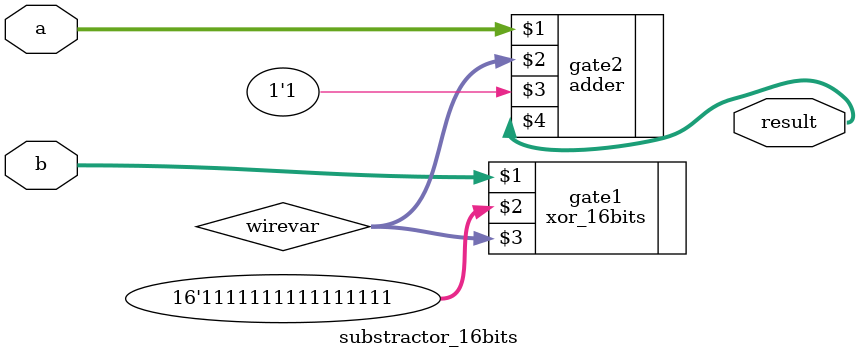
<source format=v>
module substractor_16bits(input [15:0] a, input [15:0] b, output [15:0] result);
	wire [15:0] wirevar;

	xor_16bits gate1(b, 16'b1111111111111111, wirevar);
	adder gate2(a, wirevar /*b*/, 1'b1, result);

endmodule

</source>
